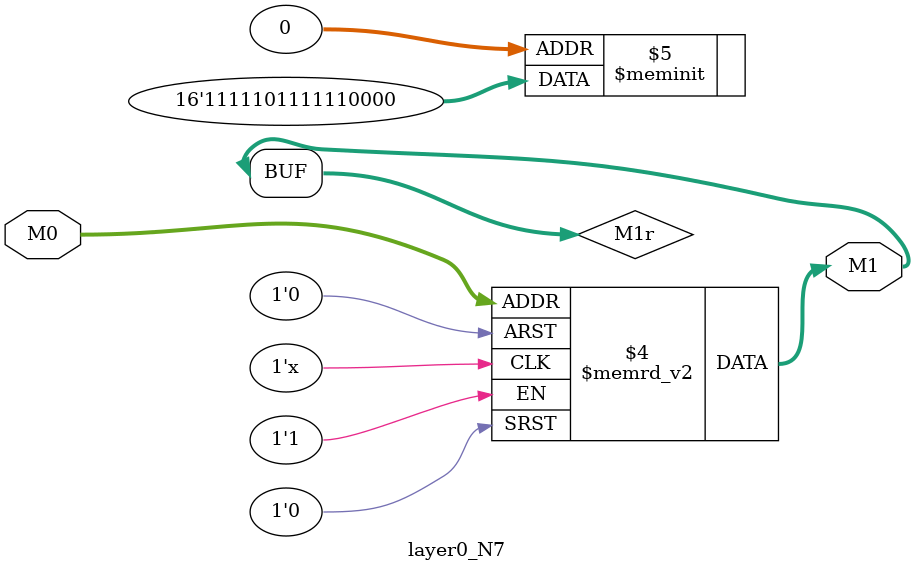
<source format=v>
module layer0_N7 ( input [2:0] M0, output [1:0] M1 );

	(*rom_style = "distributed" *) reg [1:0] M1r;
	assign M1 = M1r;
	always @ (M0) begin
		case (M0)
			3'b000: M1r = 2'b00;
			3'b100: M1r = 2'b11;
			3'b010: M1r = 2'b11;
			3'b110: M1r = 2'b11;
			3'b001: M1r = 2'b00;
			3'b101: M1r = 2'b10;
			3'b011: M1r = 2'b11;
			3'b111: M1r = 2'b11;

		endcase
	end
endmodule

</source>
